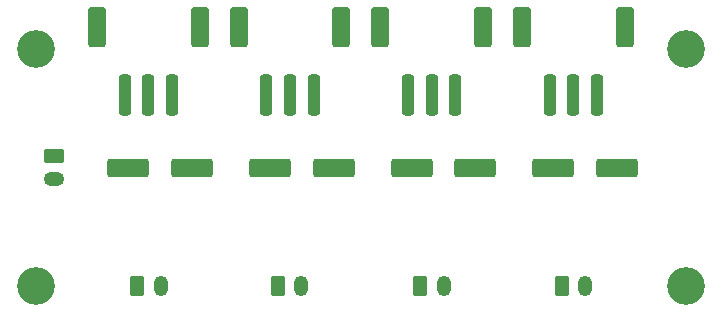
<source format=gbr>
%TF.GenerationSoftware,KiCad,Pcbnew,6.0.0*%
%TF.CreationDate,2022-01-04T22:09:20+01:00*%
%TF.ProjectId,mini_light_control,6d696e69-5f6c-4696-9768-745f636f6e74,v1.0*%
%TF.SameCoordinates,Original*%
%TF.FileFunction,Soldermask,Top*%
%TF.FilePolarity,Negative*%
%FSLAX46Y46*%
G04 Gerber Fmt 4.6, Leading zero omitted, Abs format (unit mm)*
G04 Created by KiCad (PCBNEW 6.0.0) date 2022-01-04 22:09:20*
%MOMM*%
%LPD*%
G01*
G04 APERTURE LIST*
G04 Aperture macros list*
%AMRoundRect*
0 Rectangle with rounded corners*
0 $1 Rounding radius*
0 $2 $3 $4 $5 $6 $7 $8 $9 X,Y pos of 4 corners*
0 Add a 4 corners polygon primitive as box body*
4,1,4,$2,$3,$4,$5,$6,$7,$8,$9,$2,$3,0*
0 Add four circle primitives for the rounded corners*
1,1,$1+$1,$2,$3*
1,1,$1+$1,$4,$5*
1,1,$1+$1,$6,$7*
1,1,$1+$1,$8,$9*
0 Add four rect primitives between the rounded corners*
20,1,$1+$1,$2,$3,$4,$5,0*
20,1,$1+$1,$4,$5,$6,$7,0*
20,1,$1+$1,$6,$7,$8,$9,0*
20,1,$1+$1,$8,$9,$2,$3,0*%
G04 Aperture macros list end*
%ADD10RoundRect,0.250000X1.500000X0.550000X-1.500000X0.550000X-1.500000X-0.550000X1.500000X-0.550000X0*%
%ADD11RoundRect,0.250000X-0.350000X-0.625000X0.350000X-0.625000X0.350000X0.625000X-0.350000X0.625000X0*%
%ADD12O,1.200000X1.750000*%
%ADD13C,3.200000*%
%ADD14RoundRect,0.250000X0.250000X1.500000X-0.250000X1.500000X-0.250000X-1.500000X0.250000X-1.500000X0*%
%ADD15RoundRect,0.250001X0.499999X1.449999X-0.499999X1.449999X-0.499999X-1.449999X0.499999X-1.449999X0*%
%ADD16RoundRect,0.250000X-0.625000X0.350000X-0.625000X-0.350000X0.625000X-0.350000X0.625000X0.350000X0*%
%ADD17O,1.750000X1.200000*%
G04 APERTURE END LIST*
D10*
%TO.C,C12*%
X141700000Y-49000000D03*
X136300000Y-49000000D03*
%TD*%
%TO.C,C13*%
X153700000Y-49000000D03*
X148300000Y-49000000D03*
%TD*%
D11*
%TO.C,J7*%
X149000000Y-59000000D03*
D12*
X151000000Y-59000000D03*
%TD*%
D13*
%TO.C,H1*%
X159500000Y-59000000D03*
%TD*%
%TO.C,H4*%
X159500000Y-39000000D03*
%TD*%
D11*
%TO.C,J3*%
X124968000Y-59000000D03*
D12*
X126968000Y-59000000D03*
%TD*%
D10*
%TO.C,C7*%
X129700000Y-49000000D03*
X124300000Y-49000000D03*
%TD*%
D13*
%TO.C,H3*%
X104500000Y-39000000D03*
%TD*%
D14*
%TO.C,J4*%
X116000000Y-42850000D03*
X114000000Y-42850000D03*
X112000000Y-42850000D03*
D15*
X109650000Y-37100000D03*
X118350000Y-37100000D03*
%TD*%
D11*
%TO.C,J6*%
X137000000Y-59000000D03*
D12*
X139000000Y-59000000D03*
%TD*%
D11*
%TO.C,J2*%
X113046000Y-59000000D03*
D12*
X115046000Y-59000000D03*
%TD*%
D10*
%TO.C,C6*%
X117700000Y-49000000D03*
X112300000Y-49000000D03*
%TD*%
D14*
%TO.C,J8*%
X140000000Y-42850000D03*
X138000000Y-42850000D03*
X136000000Y-42850000D03*
D15*
X133650000Y-37100000D03*
X142350000Y-37100000D03*
%TD*%
D13*
%TO.C,H2*%
X104500000Y-59000000D03*
%TD*%
D16*
%TO.C,J1*%
X106000000Y-48000000D03*
D17*
X106000000Y-50000000D03*
%TD*%
D14*
%TO.C,J9*%
X152000000Y-42850000D03*
X150000000Y-42850000D03*
X148000000Y-42850000D03*
D15*
X154350000Y-37100000D03*
X145650000Y-37100000D03*
%TD*%
D14*
%TO.C,J5*%
X128000000Y-42850000D03*
X126000000Y-42850000D03*
X124000000Y-42850000D03*
D15*
X130350000Y-37100000D03*
X121650000Y-37100000D03*
%TD*%
M02*

</source>
